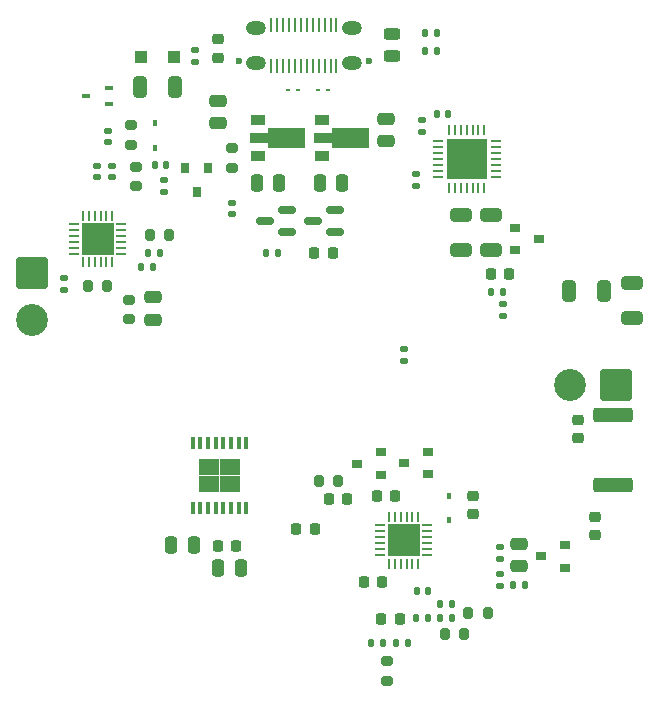
<source format=gbr>
%TF.GenerationSoftware,KiCad,Pcbnew,8.0.1*%
%TF.CreationDate,2024-05-30T20:48:59+03:00*%
%TF.ProjectId,jantteri_right,6a616e74-7465-4726-995f-72696768742e,rev?*%
%TF.SameCoordinates,Original*%
%TF.FileFunction,Soldermask,Top*%
%TF.FilePolarity,Negative*%
%FSLAX46Y46*%
G04 Gerber Fmt 4.6, Leading zero omitted, Abs format (unit mm)*
G04 Created by KiCad (PCBNEW 8.0.1) date 2024-05-30 20:48:59*
%MOMM*%
%LPD*%
G01*
G04 APERTURE LIST*
G04 Aperture macros list*
%AMRoundRect*
0 Rectangle with rounded corners*
0 $1 Rounding radius*
0 $2 $3 $4 $5 $6 $7 $8 $9 X,Y pos of 4 corners*
0 Add a 4 corners polygon primitive as box body*
4,1,4,$2,$3,$4,$5,$6,$7,$8,$9,$2,$3,0*
0 Add four circle primitives for the rounded corners*
1,1,$1+$1,$2,$3*
1,1,$1+$1,$4,$5*
1,1,$1+$1,$6,$7*
1,1,$1+$1,$8,$9*
0 Add four rect primitives between the rounded corners*
20,1,$1+$1,$2,$3,$4,$5,0*
20,1,$1+$1,$4,$5,$6,$7,0*
20,1,$1+$1,$6,$7,$8,$9,0*
20,1,$1+$1,$8,$9,$2,$3,0*%
%AMFreePoly0*
4,1,9,3.862500,-0.866500,0.737500,-0.866500,0.737500,-0.450000,-0.737500,-0.450000,-0.737500,0.450000,0.737500,0.450000,0.737500,0.866500,3.862500,0.866500,3.862500,-0.866500,3.862500,-0.866500,$1*%
G04 Aperture macros list end*
%ADD10RoundRect,0.140000X0.170000X-0.140000X0.170000X0.140000X-0.170000X0.140000X-0.170000X-0.140000X0*%
%ADD11RoundRect,0.140000X-0.140000X-0.170000X0.140000X-0.170000X0.140000X0.170000X-0.140000X0.170000X0*%
%ADD12RoundRect,0.140000X-0.170000X0.140000X-0.170000X-0.140000X0.170000X-0.140000X0.170000X0.140000X0*%
%ADD13RoundRect,0.249999X0.325001X0.650001X-0.325001X0.650001X-0.325001X-0.650001X0.325001X-0.650001X0*%
%ADD14RoundRect,0.249999X-0.650001X0.325001X-0.650001X-0.325001X0.650001X-0.325001X0.650001X0.325001X0*%
%ADD15RoundRect,0.225000X-0.225000X-0.250000X0.225000X-0.250000X0.225000X0.250000X-0.225000X0.250000X0*%
%ADD16RoundRect,0.250000X-0.250000X-0.475000X0.250000X-0.475000X0.250000X0.475000X-0.250000X0.475000X0*%
%ADD17RoundRect,0.250000X-0.475000X0.250000X-0.475000X-0.250000X0.475000X-0.250000X0.475000X0.250000X0*%
%ADD18RoundRect,0.225000X-0.250000X0.225000X-0.250000X-0.225000X0.250000X-0.225000X0.250000X0.225000X0*%
%ADD19RoundRect,0.225000X0.250000X-0.225000X0.250000X0.225000X-0.250000X0.225000X-0.250000X-0.225000X0*%
%ADD20RoundRect,0.140000X0.140000X0.170000X-0.140000X0.170000X-0.140000X-0.170000X0.140000X-0.170000X0*%
%ADD21RoundRect,0.250000X0.475000X-0.250000X0.475000X0.250000X-0.475000X0.250000X-0.475000X-0.250000X0*%
%ADD22RoundRect,0.250000X0.250000X0.475000X-0.250000X0.475000X-0.250000X-0.475000X0.250000X-0.475000X0*%
%ADD23RoundRect,0.225000X0.225000X0.250000X-0.225000X0.250000X-0.225000X-0.250000X0.225000X-0.250000X0*%
%ADD24RoundRect,0.249999X-0.325001X-0.650001X0.325001X-0.650001X0.325001X0.650001X-0.325001X0.650001X0*%
%ADD25R,0.450000X0.600000*%
%ADD26RoundRect,0.218750X0.256250X-0.218750X0.256250X0.218750X-0.256250X0.218750X-0.256250X-0.218750X0*%
%ADD27RoundRect,0.243750X0.456250X-0.243750X0.456250X0.243750X-0.456250X0.243750X-0.456250X-0.243750X0*%
%ADD28R,0.360000X0.250000*%
%ADD29R,0.700000X0.450000*%
%ADD30RoundRect,0.218750X-0.218750X-0.256250X0.218750X-0.256250X0.218750X0.256250X-0.218750X0.256250X0*%
%ADD31C,0.600000*%
%ADD32R,0.270000X1.300000*%
%ADD33O,1.700000X1.200000*%
%ADD34R,0.900000X0.800000*%
%ADD35R,0.800000X0.900000*%
%ADD36RoundRect,0.135000X-0.185000X0.135000X-0.185000X-0.135000X0.185000X-0.135000X0.185000X0.135000X0*%
%ADD37RoundRect,0.135000X0.185000X-0.135000X0.185000X0.135000X-0.185000X0.135000X-0.185000X-0.135000X0*%
%ADD38RoundRect,0.200000X0.275000X-0.200000X0.275000X0.200000X-0.275000X0.200000X-0.275000X-0.200000X0*%
%ADD39RoundRect,0.135000X-0.135000X-0.185000X0.135000X-0.185000X0.135000X0.185000X-0.135000X0.185000X0*%
%ADD40RoundRect,0.200000X-0.200000X-0.275000X0.200000X-0.275000X0.200000X0.275000X-0.200000X0.275000X0*%
%ADD41RoundRect,0.135000X0.135000X0.185000X-0.135000X0.185000X-0.135000X-0.185000X0.135000X-0.185000X0*%
%ADD42RoundRect,0.250000X-1.425000X0.362500X-1.425000X-0.362500X1.425000X-0.362500X1.425000X0.362500X0*%
%ADD43RoundRect,0.200000X-0.275000X0.200000X-0.275000X-0.200000X0.275000X-0.200000X0.275000X0.200000X0*%
%ADD44RoundRect,0.062500X-0.350000X-0.062500X0.350000X-0.062500X0.350000X0.062500X-0.350000X0.062500X0*%
%ADD45RoundRect,0.062500X-0.062500X-0.350000X0.062500X-0.350000X0.062500X0.350000X-0.062500X0.350000X0*%
%ADD46R,2.700000X2.700000*%
%ADD47R,0.450000X1.050000*%
%ADD48R,0.895000X1.470000*%
%ADD49RoundRect,0.062500X-0.325000X-0.062500X0.325000X-0.062500X0.325000X0.062500X-0.325000X0.062500X0*%
%ADD50RoundRect,0.062500X-0.062500X-0.325000X0.062500X-0.325000X0.062500X0.325000X-0.062500X0.325000X0*%
%ADD51R,2.800000X2.800000*%
%ADD52RoundRect,0.062500X-0.062500X0.337500X-0.062500X-0.337500X0.062500X-0.337500X0.062500X0.337500X0*%
%ADD53RoundRect,0.062500X-0.337500X0.062500X-0.337500X-0.062500X0.337500X-0.062500X0.337500X0.062500X0*%
%ADD54R,3.350000X3.350000*%
%ADD55R,1.300000X0.900000*%
%ADD56FreePoly0,0.000000*%
%ADD57R,1.100000X1.100000*%
%ADD58RoundRect,0.150000X0.587500X0.150000X-0.587500X0.150000X-0.587500X-0.150000X0.587500X-0.150000X0*%
%ADD59RoundRect,0.250001X1.099999X1.099999X-1.099999X1.099999X-1.099999X-1.099999X1.099999X-1.099999X0*%
%ADD60C,2.700000*%
%ADD61RoundRect,0.250001X-1.099999X1.099999X-1.099999X-1.099999X1.099999X-1.099999X1.099999X1.099999X0*%
G04 APERTURE END LIST*
D10*
%TO.C,C1*%
X-6197600Y11684000D03*
X-6197600Y12644000D03*
%TD*%
%TO.C,C2*%
X-16670020Y17764820D03*
X-16670020Y18724820D03*
%TD*%
D11*
%TO.C,C3*%
X-12722800Y15816580D03*
X-11762800Y15816580D03*
%TD*%
D12*
%TO.C,C4*%
X-16327120Y15765720D03*
X-16327120Y14805720D03*
%TD*%
%TO.C,C5*%
X-17604740Y15775880D03*
X-17604740Y14815880D03*
%TD*%
D13*
%TO.C,C6*%
X-11021800Y22420580D03*
X-13971800Y22420580D03*
%TD*%
D14*
%TO.C,C7*%
X13208000Y11586000D03*
X13208000Y8636000D03*
%TD*%
D15*
%TO.C,C8*%
X-7404400Y-16403320D03*
X-5854400Y-16403320D03*
%TD*%
D16*
%TO.C,C9*%
X-7361000Y-18295620D03*
X-5461000Y-18295620D03*
%TD*%
D17*
%TO.C,C10*%
X-12903200Y4627960D03*
X-12903200Y2727960D03*
%TD*%
D15*
%TO.C,C11*%
X6070000Y-12192000D03*
X7620000Y-12192000D03*
%TD*%
D16*
%TO.C,C12*%
X-11336100Y-16352520D03*
X-9436100Y-16352520D03*
%TD*%
D18*
%TO.C,C14*%
X14224000Y-12179000D03*
X14224000Y-13729000D03*
%TD*%
D11*
%TO.C,C16*%
X9426000Y-20251420D03*
X10386000Y-20251420D03*
%TD*%
D19*
%TO.C,C17*%
X24523700Y-15501920D03*
X24523700Y-13951920D03*
%TD*%
D17*
%TO.C,C18*%
X18084800Y-16253420D03*
X18084800Y-18153420D03*
%TD*%
D20*
%TO.C,C19*%
X12113200Y20134580D03*
X11153200Y20134580D03*
%TD*%
D10*
%TO.C,C20*%
X9855200Y18666580D03*
X9855200Y19626580D03*
%TD*%
D21*
%TO.C,C21*%
X6807200Y17848580D03*
X6807200Y19748580D03*
%TD*%
D16*
%TO.C,C22*%
X1219200Y14292580D03*
X3119200Y14292580D03*
%TD*%
D21*
%TO.C,C23*%
X-7416800Y19372580D03*
X-7416800Y21272580D03*
%TD*%
D22*
%TO.C,C24*%
X-2214800Y14292580D03*
X-4114800Y14292580D03*
%TD*%
D14*
%TO.C,C25*%
X15748000Y11586000D03*
X15748000Y8636000D03*
%TD*%
D23*
%TO.C,C26*%
X17272000Y6604000D03*
X15722000Y6604000D03*
%TD*%
D14*
%TO.C,C27*%
X27635200Y5861580D03*
X27635200Y2911580D03*
%TD*%
D24*
%TO.C,C28*%
X22350200Y5148580D03*
X25300200Y5148580D03*
%TD*%
D19*
%TO.C,C29*%
X23063200Y-7310420D03*
X23063200Y-5760420D03*
%TD*%
D15*
%TO.C,C30*%
X4965400Y-19489420D03*
X6515400Y-19489420D03*
%TD*%
D25*
%TO.C,D2*%
X12192000Y-12158000D03*
X12192000Y-14258000D03*
%TD*%
D26*
%TO.C,D3*%
X-7366000Y24909580D03*
X-7366000Y26484580D03*
%TD*%
D27*
%TO.C,D4*%
X7366000Y25039080D03*
X7366000Y26914080D03*
%TD*%
D25*
%TO.C,D5*%
X-12750800Y17306580D03*
X-12750800Y19406580D03*
%TD*%
D28*
%TO.C,D7*%
X1053200Y22166580D03*
X1893200Y22166580D03*
%TD*%
%TO.C,D8*%
X-646800Y22166580D03*
X-1486800Y22166580D03*
%TD*%
D29*
%TO.C,D9*%
X-16576800Y21008580D03*
X-16576800Y22308580D03*
X-18576800Y21658580D03*
%TD*%
D30*
%TO.C,D11*%
X6426100Y-22588220D03*
X8001100Y-22588220D03*
%TD*%
D31*
%TO.C,J1*%
X5393320Y24674040D03*
X-5606680Y24674040D03*
D32*
X2643320Y24224040D03*
X2143320Y24224040D03*
X1643320Y24224040D03*
X1143320Y24224040D03*
X643320Y24224040D03*
X143320Y24224040D03*
X-356680Y24224040D03*
X-856680Y24224040D03*
X-1356680Y24224040D03*
X-1856680Y24224040D03*
X-2356680Y24224040D03*
X-2856680Y24224040D03*
X-2856680Y27724040D03*
X-2356680Y27724040D03*
X-1856680Y27724040D03*
X-1356680Y27724040D03*
X-856680Y27724040D03*
X-356680Y27724040D03*
X143320Y27724040D03*
X643320Y27724040D03*
X1143320Y27724040D03*
X1643320Y27724040D03*
X2143320Y27724040D03*
X2643320Y27724040D03*
D33*
X3993320Y24504040D03*
X3993320Y27444040D03*
X-4206680Y24504040D03*
X-4206680Y27444040D03*
%TD*%
D34*
%TO.C,Q1*%
X17780000Y10536000D03*
X17780000Y8636000D03*
X19780000Y9586000D03*
%TD*%
%TO.C,Q2*%
X6390000Y-10398000D03*
X6390000Y-8498000D03*
X4390000Y-9448000D03*
%TD*%
%TO.C,Q3*%
X10398000Y-10348000D03*
X10398000Y-8448000D03*
X8398000Y-9398000D03*
%TD*%
%TO.C,Q4*%
X21964400Y-18255020D03*
X21964400Y-16355020D03*
X19964400Y-17305020D03*
%TD*%
D35*
%TO.C,Q5*%
X-8244800Y15546580D03*
X-10144800Y15546580D03*
X-9194800Y13546580D03*
%TD*%
D36*
%TO.C,R1*%
X-20406360Y6265640D03*
X-20406360Y5245640D03*
%TD*%
D37*
%TO.C,R2*%
X-11988800Y13528580D03*
X-11988800Y14548580D03*
%TD*%
D38*
%TO.C,R3*%
X-6197600Y15613380D03*
X-6197600Y17263380D03*
%TD*%
D39*
%TO.C,R4*%
X-13918120Y7223760D03*
X-12898120Y7223760D03*
%TD*%
D38*
%TO.C,R5*%
X-14782800Y17531580D03*
X-14782800Y19181580D03*
%TD*%
%TO.C,R6*%
X-14937740Y2766560D03*
X-14937740Y4416560D03*
%TD*%
D40*
%TO.C,R7*%
X-13148580Y9890760D03*
X-11498580Y9890760D03*
%TD*%
%TO.C,R8*%
X1144000Y-10922000D03*
X2794000Y-10922000D03*
%TD*%
D37*
%TO.C,R9*%
X16764000Y3044000D03*
X16764000Y4064000D03*
%TD*%
D39*
%TO.C,R10*%
X11430000Y-22486620D03*
X12450000Y-22486620D03*
%TD*%
D41*
%TO.C,R11*%
X12397200Y-21369020D03*
X11377200Y-21369020D03*
%TD*%
D40*
%TO.C,R12*%
X11812000Y-23909020D03*
X13462000Y-23909020D03*
%TD*%
D42*
%TO.C,R13*%
X26035000Y-5296720D03*
X26035000Y-11221720D03*
%TD*%
D40*
%TO.C,R14*%
X13817600Y-22080220D03*
X15467600Y-22080220D03*
%TD*%
D38*
%TO.C,R15*%
X-14292580Y14031460D03*
X-14292580Y15681460D03*
%TD*%
D40*
%TO.C,R16*%
X-18396220Y5544820D03*
X-16746220Y5544820D03*
%TD*%
D37*
%TO.C,R17*%
X16459200Y-17563020D03*
X16459200Y-16543020D03*
%TD*%
D39*
%TO.C,R18*%
X-13339000Y8402320D03*
X-12319000Y8402320D03*
%TD*%
D37*
%TO.C,R19*%
X9347200Y14034580D03*
X9347200Y15054580D03*
%TD*%
D41*
%TO.C,R20*%
X16764000Y5080000D03*
X15744000Y5080000D03*
%TD*%
%TO.C,R21*%
X6578600Y-24607520D03*
X5558600Y-24607520D03*
%TD*%
%TO.C,R22*%
X18594800Y-19692620D03*
X17574800Y-19692620D03*
%TD*%
D37*
%TO.C,R23*%
X16459200Y-19798220D03*
X16459200Y-18778220D03*
%TD*%
%TO.C,R24*%
X-9301480Y24569420D03*
X-9301480Y25589420D03*
%TD*%
D39*
%TO.C,R25*%
X10107200Y26992580D03*
X11127200Y26992580D03*
%TD*%
%TO.C,R26*%
X9345200Y-22537420D03*
X10365200Y-22537420D03*
%TD*%
%TO.C,R27*%
X7706900Y-24620220D03*
X8726900Y-24620220D03*
%TD*%
%TO.C,R28*%
X10107200Y25468580D03*
X11127200Y25468580D03*
%TD*%
D43*
%TO.C,TH1*%
X6946900Y-26170120D03*
X6946900Y-27820120D03*
%TD*%
D44*
%TO.C,U1*%
X-19544380Y10828340D03*
X-19544380Y10328340D03*
X-19544380Y9828340D03*
X-19544380Y9328340D03*
X-19544380Y8828340D03*
X-19544380Y8328340D03*
D45*
X-18831880Y7615840D03*
X-18331880Y7615840D03*
X-17831880Y7615840D03*
X-17331880Y7615840D03*
X-16831880Y7615840D03*
X-16331880Y7615840D03*
D44*
X-15619380Y8328340D03*
X-15619380Y8828340D03*
X-15619380Y9328340D03*
X-15619380Y9828340D03*
X-15619380Y10328340D03*
X-15619380Y10828340D03*
D45*
X-16331880Y11540840D03*
X-16831880Y11540840D03*
X-17331880Y11540840D03*
X-17831880Y11540840D03*
X-18331880Y11540840D03*
X-18831880Y11540840D03*
D46*
X-17581880Y9578340D03*
%TD*%
D47*
%TO.C,U2*%
X-4976700Y-7684720D03*
X-5626700Y-7684720D03*
X-6276700Y-7684720D03*
X-6926700Y-7684720D03*
X-7576700Y-7684720D03*
X-8226700Y-7684720D03*
X-8876700Y-7684720D03*
X-9526700Y-7684720D03*
X-9526700Y-13234720D03*
X-8876700Y-13234720D03*
X-8226700Y-13234720D03*
X-7576700Y-13234720D03*
X-6926700Y-13234720D03*
X-6276700Y-13234720D03*
X-5626700Y-13234720D03*
X-4976700Y-13234720D03*
D48*
X-5909200Y-9724720D03*
X-6804200Y-9724720D03*
X-7699200Y-9724720D03*
X-8594200Y-9724720D03*
X-5909200Y-11194720D03*
X-6804200Y-11194720D03*
X-7699200Y-11194720D03*
X-8594200Y-11194720D03*
%TD*%
D49*
%TO.C,U3*%
X6343700Y-14683420D03*
X6343700Y-15183420D03*
X6343700Y-15683420D03*
X6343700Y-16183420D03*
X6343700Y-16683420D03*
X6343700Y-17183420D03*
D50*
X7081200Y-17920920D03*
X7581200Y-17920920D03*
X8081200Y-17920920D03*
X8581200Y-17920920D03*
X9081200Y-17920920D03*
X9581200Y-17920920D03*
D49*
X10318700Y-17183420D03*
X10318700Y-16683420D03*
X10318700Y-16183420D03*
X10318700Y-15683420D03*
X10318700Y-15183420D03*
X10318700Y-14683420D03*
D50*
X9581200Y-13945920D03*
X9081200Y-13945920D03*
X8581200Y-13945920D03*
X8081200Y-13945920D03*
X7581200Y-13945920D03*
X7081200Y-13945920D03*
D51*
X8331200Y-15933420D03*
%TD*%
D52*
%TO.C,U5*%
X15165200Y18774580D03*
X14665200Y18774580D03*
X14165200Y18774580D03*
X13665200Y18774580D03*
X13165200Y18774580D03*
X12665200Y18774580D03*
X12165200Y18774580D03*
D53*
X11215200Y17824580D03*
X11215200Y17324580D03*
X11215200Y16824580D03*
X11215200Y16324580D03*
X11215200Y15824580D03*
X11215200Y15324580D03*
X11215200Y14824580D03*
D52*
X12165200Y13874580D03*
X12665200Y13874580D03*
X13165200Y13874580D03*
X13665200Y13874580D03*
X14165200Y13874580D03*
X14665200Y13874580D03*
X15165200Y13874580D03*
D53*
X16115200Y14824580D03*
X16115200Y15324580D03*
X16115200Y15824580D03*
X16115200Y16324580D03*
X16115200Y16824580D03*
X16115200Y17324580D03*
X16115200Y17824580D03*
D54*
X13665200Y16324580D03*
%TD*%
D55*
%TO.C,U6*%
X-3986800Y19602580D03*
D56*
X-3899300Y18102580D03*
D55*
X-3986800Y16602580D03*
%TD*%
%TO.C,U7*%
X1385700Y19602580D03*
D56*
X1473200Y18102580D03*
D55*
X1385700Y16602580D03*
%TD*%
D57*
%TO.C,D6*%
X-11096800Y24960580D03*
X-13896800Y24960580D03*
%TD*%
D41*
%TO.C,R29*%
X-2286000Y8382000D03*
X-3306000Y8382000D03*
%TD*%
D37*
%TO.C,R30*%
X8382000Y-764000D03*
X8382000Y256000D03*
%TD*%
D15*
%TO.C,C13*%
X762000Y8382000D03*
X2312000Y8382000D03*
%TD*%
D23*
%TO.C,C31*%
X788000Y-14986000D03*
X-762000Y-14986000D03*
%TD*%
D58*
%TO.C,Q7*%
X2540000Y10160000D03*
X2540000Y12060000D03*
X665000Y11110000D03*
%TD*%
D23*
%TO.C,C15*%
X3569000Y-12446000D03*
X2019000Y-12446000D03*
%TD*%
D58*
%TO.C,Q6*%
X-1524000Y10160000D03*
X-1524000Y12060000D03*
X-3399000Y11110000D03*
%TD*%
D59*
%TO.C,J2*%
X26339800Y-2814320D03*
D60*
X22379800Y-2814320D03*
%TD*%
D61*
%TO.C,J3*%
X-23164800Y6672580D03*
D60*
X-23164800Y2712580D03*
%TD*%
M02*

</source>
